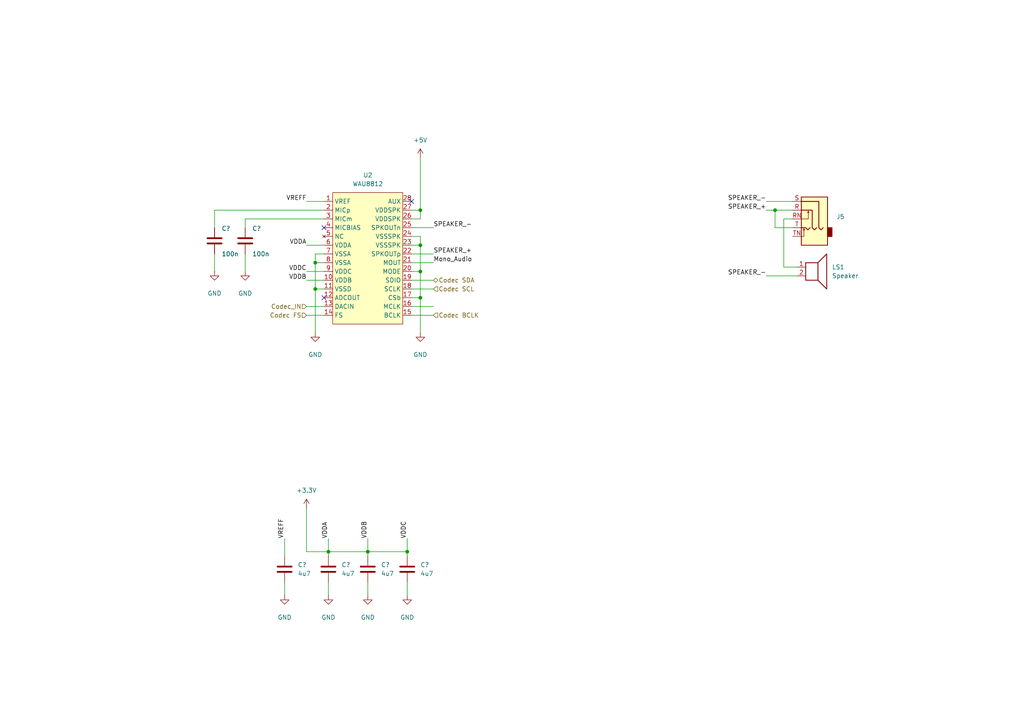
<source format=kicad_sch>
(kicad_sch (version 20250114) (generator "eeschema") (generator_version "9.0")
  (paper "A4")
  (lib_symbols
    (symbol "Connector_Audio:AudioJack3_SwitchTR"
      (property "Reference" "J" (at 0 8.89 0))
      (property "Value" "AudioJack3_SwitchTR" (at 0 6.35 0))
      (symbol "AudioJack3_SwitchTR_0_1"
        (rectangle (start -5.08 -5.08) (end -6.35 -7.62) (stroke (width 0.254)) (fill (type outline)))
        (polyline (pts (xy -1.905 -5.08) (xy -1.27 -5.715) (xy -0.635 -5.08) (xy -0.635 0) (xy 2.54 0)) (stroke (width 0.254)))
        (polyline (pts (xy 0 -5.08) (xy 0.635 -5.715) (xy 1.27 -5.08) (xy 2.54 -5.08)) (stroke (width 0.254)))
        (polyline (pts (xy 0.508 -0.254) (xy 0.762 -0.762)))
        (polyline (pts (xy 1.778 -5.334) (xy 2.032 -5.842)))
        (rectangle (start 2.54 3.81) (end -5.08 -10.16) (stroke (width 0.254)) (fill (type background)))
        (polyline (pts (xy 2.54 2.54) (xy -2.54 2.54) (xy -2.54 -5.08) (xy -3.175 -5.715) (xy -3.81 -5.08)) (stroke (width 0.254)))
        (polyline (pts (xy 2.54 -2.54) (xy 0.508 -2.54) (xy 0.508 -0.254) (xy 0.254 -0.762)))
        (polyline (pts (xy 2.54 -7.62) (xy 1.778 -7.62) (xy 1.778 -5.334) (xy 1.524 -5.842)))
      )
      (symbol "AudioJack3_SwitchTR_1_1"
        (pin passive line (at 5.08 2.54 180) (length 2.54) (name "~") (number "S"))
        (pin passive line (at 5.08 0 180) (length 2.54) (name "~") (number "R"))
        (pin passive line (at 5.08 -2.54 180) (length 2.54) (name "~") (number "RN"))
        (pin passive line (at 5.08 -5.08 180) (length 2.54) (name "~") (number "T"))
        (pin passive line (at 5.08 -7.62 180) (length 2.54) (name "~") (number "TN"))
      )
    )
    (symbol "Device:C" (pin_numbers (hide yes)) (pin_names (offset 0.254))
      (property "Reference" "C" (at 0.635 2.54 0))
      (property "Value" "C" (at 0.635 -2.54 0))
      (symbol "C_0_1"
        (polyline (pts (xy -2.032 0.762) (xy 2.032 0.762)) (stroke (width 0.508)))
        (polyline (pts (xy -2.032 -0.762) (xy 2.032 -0.762)) (stroke (width 0.508)))
      )
      (symbol "C_1_1"
        (pin passive line (at 0 3.81 270) (length 2.794) (name "~") (number "1"))
        (pin passive line (at 0 -3.81 90) (length 2.794) (name "~") (number "2"))
      )
    )
    (symbol "Device:Speaker" (pin_names (offset 0) (hide yes))
      (property "Reference" "LS" (at 1.27 5.715 0))
      (property "Value" "Speaker" (at 1.27 3.81 0))
      (symbol "Speaker_0_0"
        (rectangle (start -2.54 1.27) (end 1.016 -3.81) (stroke (width 0.254)))
        (polyline (pts (xy 1.016 1.27) (xy 3.556 3.81) (xy 3.556 -6.35) (xy 1.016 -3.81)) (stroke (width 0.254)))
      )
      (symbol "Speaker_1_1"
        (pin input line (at -5.08 0 0) (length 2.54) (name "1") (number "1"))
        (pin input line (at -5.08 -2.54 0) (length 2.54) (name "2") (number "2"))
      )
    )
    (symbol "additional_symbols:WAU8812"
      (property "Reference" "U" (at 0 -1.524 0))
      (property "Value" "WAU8812" (at 0 1.27 0))
      (symbol "WAU8812_1_1"
        (rectangle (start -10.16 -3.81) (end 10.16 -41.91) (fill (type background)))
        (pin passive line (at -12.7 -6.35 0) (length 2.54) (name "VREF") (number "1"))
        (pin passive line (at -12.7 -8.89 0) (length 2.54) (name "MICp") (number "2"))
        (pin passive line (at -12.7 -11.43 0) (length 2.54) (name "MICm") (number "3"))
        (pin passive line (at -12.7 -13.97 0) (length 2.54) (name "MICBIAS") (number "4"))
        (pin no_connect line (at -12.7 -16.51 0) (length 2.54) (name "NC") (number "5"))
        (pin power_in line (at -12.7 -19.05 0) (length 2.54) (name "VDDA") (number "6"))
        (pin power_in line (at -12.7 -21.59 0) (length 2.54) (name "VSSA") (number "7"))
        (pin power_in line (at -12.7 -24.13 0) (length 2.54) (name "VSSA") (number "8"))
        (pin power_in line (at -12.7 -26.67 0) (length 2.54) (name "VDDC") (number "9"))
        (pin power_in line (at -12.7 -29.21 0) (length 2.54) (name "VDDB") (number "10"))
        (pin power_in line (at -12.7 -31.75 0) (length 2.54) (name "VSSD") (number "11"))
        (pin output line (at -12.7 -34.29 0) (length 2.54) (name "ADCOUT") (number "12"))
        (pin input line (at -12.7 -36.83 0) (length 2.54) (name "DACIN") (number "13"))
        (pin bidirectional line (at -12.7 -39.37 0) (length 2.54) (name "FS") (number "14"))
        (pin passive line (at 12.7 -6.35 180) (length 2.54) (name "AUX") (number "28"))
        (pin power_in line (at 12.7 -8.89 180) (length 2.54) (name "VDDSPK") (number "27"))
        (pin power_in line (at 12.7 -11.43 180) (length 2.54) (name "VDDSPK") (number "26"))
        (pin passive line (at 12.7 -13.97 180) (length 2.54) (name "SPKOUTn") (number "25"))
        (pin power_in line (at 12.7 -16.51 180) (length 2.54) (name "VSSSPK") (number "24"))
        (pin power_in line (at 12.7 -19.05 180) (length 2.54) (name "VSSSPK") (number "23"))
        (pin passive line (at 12.7 -21.59 180) (length 2.54) (name "SPKOUTp") (number "22"))
        (pin passive line (at 12.7 -24.13 180) (length 2.54) (name "MOUT") (number "21"))
        (pin input line (at 12.7 -26.67 180) (length 2.54) (name "MODE") (number "20"))
        (pin bidirectional line (at 12.7 -29.21 180) (length 2.54) (name "SDIO") (number "19"))
        (pin input line (at 12.7 -31.75 180) (length 2.54) (name "SCLK") (number "18"))
        (pin bidirectional line (at 12.7 -34.29 180) (length 2.54) (name "CSb") (number "17"))
        (pin input line (at 12.7 -36.83 180) (length 2.54) (name "MCLK") (number "16"))
        (pin bidirectional line (at 12.7 -39.37 180) (length 2.54) (name "BCLK") (number "15"))
      )
    )
    (symbol "power:+3.3V" (power) (pin_numbers (hide yes)) (pin_names (offset 0) (hide yes))
      (property "Value" "+3.3V" (at 0 3.556 0))
      (symbol "+3.3V_0_1"
        (polyline (pts (xy -0.762 1.27) (xy 0 2.54)))
        (polyline (pts (xy 0 2.54) (xy 0.762 1.27)))
        (polyline (pts (xy 0 0) (xy 0 2.54)))
      )
      (symbol "+3.3V_1_1"
        (pin power_in line (at 0 0 90) (length 0) (name "~") (number "1"))
      )
    )
    (symbol "power:+5V" (power) (pin_numbers (hide yes)) (pin_names (offset 0) (hide yes))
      (property "Value" "+5V" (at 0 3.556 0))
      (symbol "+5V_0_1"
        (polyline (pts (xy -0.762 1.27) (xy 0 2.54)))
        (polyline (pts (xy 0 2.54) (xy 0.762 1.27)))
        (polyline (pts (xy 0 0) (xy 0 2.54)))
      )
      (symbol "+5V_1_1"
        (pin power_in line (at 0 0 90) (length 0) (name "~") (number "1"))
      )
    )
    (symbol "power:GND" (power) (pin_numbers (hide yes)) (pin_names (offset 0) (hide yes))
      (property "Value" "GND" (at 0 -3.81 0))
      (symbol "GND_0_1"
        (polyline (pts (xy 0 0) (xy 0 -1.27) (xy 1.27 -1.27) (xy 0 -2.54) (xy -1.27 -1.27) (xy 0 -1.27)))
      )
      (symbol "GND_1_1"
        (pin power_in line (at 0 0 270) (length 0) (name "~") (number "1"))
      )
    )
  )
  (junction (at 91.44 76.2))
  (junction (at 91.44 83.82))
  (junction (at 121.92 86.36))
  (junction (at 106.68 160.02))
  (junction (at 121.92 78.74))
  (junction (at 121.92 60.96))
  (junction (at 95.25 160.02))
  (junction (at 121.92 71.12))
  (junction (at 118.11 160.02))
  (junction (at 224.79 60.96))
  (no_connect (at 93.98 66.04))
  (no_connect (at 93.98 86.36))
  (no_connect (at 119.38 58.42))
  (wire (pts (xy 106.68 168.91) (xy 106.68 172.72)))
  (wire (pts (xy 121.92 68.58) (xy 121.92 71.12)))
  (wire (pts (xy 91.44 76.2) (xy 91.44 83.82)))
  (wire (pts (xy 106.68 160.02) (xy 118.11 160.02)))
  (wire (pts (xy 95.25 160.02) (xy 95.25 161.29)))
  (wire (pts (xy 91.44 83.82) (xy 93.98 83.82)))
  (wire (pts (xy 121.92 63.5) (xy 119.38 63.5)))
  (wire (pts (xy 119.38 88.9) (xy 125.73 88.9)))
  (wire (pts (xy 121.92 96.52) (xy 121.92 86.36)))
  (wire (pts (xy 118.11 156.21) (xy 118.11 160.02)))
  (wire (pts (xy 71.12 63.5) (xy 93.98 63.5)))
  (wire (pts (xy 88.9 91.44) (xy 93.98 91.44)))
  (wire (pts (xy 88.9 81.28) (xy 93.98 81.28)))
  (wire (pts (xy 71.12 63.5) (xy 71.12 66.04)))
  (wire (pts (xy 121.92 71.12) (xy 121.92 78.74)))
  (wire (pts (xy 119.38 86.36) (xy 121.92 86.36)))
  (wire (pts (xy 106.68 160.02) (xy 106.68 161.29)))
  (wire (pts (xy 91.44 96.52) (xy 91.44 83.82)))
  (wire (pts (xy 222.25 80.01) (xy 231.14 80.01)))
  (wire (pts (xy 88.9 147.32) (xy 88.9 160.02)))
  (wire (pts (xy 106.68 156.21) (xy 106.68 160.02)))
  (wire (pts (xy 118.11 160.02) (xy 118.11 161.29)))
  (wire (pts (xy 71.12 73.66) (xy 71.12 78.74)))
  (wire (pts (xy 229.87 66.04) (xy 224.79 66.04)))
  (wire (pts (xy 119.38 81.28) (xy 125.73 81.28)))
  (wire (pts (xy 119.38 91.44) (xy 125.73 91.44)))
  (wire (pts (xy 121.92 78.74) (xy 119.38 78.74)))
  (wire (pts (xy 119.38 68.58) (xy 121.92 68.58)))
  (wire (pts (xy 95.25 160.02) (xy 106.68 160.02)))
  (wire (pts (xy 222.25 60.96) (xy 224.79 60.96)))
  (wire (pts (xy 88.9 58.42) (xy 93.98 58.42)))
  (wire (pts (xy 222.25 58.42) (xy 229.87 58.42)))
  (wire (pts (xy 119.38 83.82) (xy 125.73 83.82)))
  (wire (pts (xy 224.79 66.04) (xy 224.79 60.96)))
  (wire (pts (xy 93.98 76.2) (xy 91.44 76.2)))
  (wire (pts (xy 88.9 88.9) (xy 93.98 88.9)))
  (wire (pts (xy 227.33 63.5) (xy 229.87 63.5)))
  (wire (pts (xy 119.38 66.04) (xy 125.73 66.04)))
  (wire (pts (xy 88.9 71.12) (xy 93.98 71.12)))
  (wire (pts (xy 88.9 78.74) (xy 93.98 78.74)))
  (wire (pts (xy 121.92 45.72) (xy 121.92 60.96)))
  (wire (pts (xy 62.23 73.66) (xy 62.23 78.74)))
  (wire (pts (xy 119.38 73.66) (xy 125.73 73.66)))
  (wire (pts (xy 227.33 77.47) (xy 227.33 63.5)))
  (wire (pts (xy 82.55 156.21) (xy 82.55 161.29)))
  (wire (pts (xy 62.23 60.96) (xy 62.23 66.04)))
  (wire (pts (xy 93.98 73.66) (xy 91.44 73.66)))
  (wire (pts (xy 95.25 156.21) (xy 95.25 160.02)))
  (wire (pts (xy 227.33 77.47) (xy 231.14 77.47)))
  (wire (pts (xy 91.44 73.66) (xy 91.44 76.2)))
  (wire (pts (xy 82.55 168.91) (xy 82.55 172.72)))
  (wire (pts (xy 118.11 168.91) (xy 118.11 172.72)))
  (wire (pts (xy 121.92 86.36) (xy 121.92 78.74)))
  (wire (pts (xy 93.98 60.96) (xy 62.23 60.96)))
  (wire (pts (xy 119.38 76.2) (xy 125.73 76.2)))
  (wire (pts (xy 224.79 60.96) (xy 229.87 60.96)))
  (wire (pts (xy 121.92 60.96) (xy 121.92 63.5)))
  (wire (pts (xy 88.9 160.02) (xy 95.25 160.02)))
  (wire (pts (xy 95.25 168.91) (xy 95.25 172.72)))
  (wire (pts (xy 119.38 71.12) (xy 121.92 71.12)))
  (wire (pts (xy 119.38 60.96) (xy 121.92 60.96)))
  (label "VDDC" (at 88.9 78.74 180))
  (label "SPEAKER_-" (at 222.25 80.01 180))
  (label "VDDB" (at 106.68 156.21 90))
  (label "Mono_Audio" (at 125.73 76.2 0))
  (label "VREFF" (at 88.9 58.42 180))
  (label "VDDA" (at 88.9 71.12 180))
  (label "VDDA" (at 95.25 156.21 90))
  (label "VREFF" (at 82.55 156.21 90))
  (label "SPEAKER_+" (at 125.73 73.66 0))
  (label "SPEAKER_-" (at 125.73 66.04 0))
  (label "SPEAKER_-" (at 222.25 58.42 180))
  (label "VDDC" (at 118.11 156.21 90))
  (label "VDDB" (at 88.9 81.28 180))
  (label "SPEAKER_+" (at 222.25 60.96 180))
  (hierarchical_label "Codec SDA" (shape bidirectional) (at 125.73 81.28 0))
  (hierarchical_label "Codec BCLK" (shape input) (at 125.73 91.44 0))
  (hierarchical_label "Codec SCL" (shape input) (at 125.73 83.82 0))
  (hierarchical_label "Codec_IN" (shape input) (at 88.9 88.9 180))
  (hierarchical_label "Codec FS" (shape input) (at 88.9 91.44 180))
  (symbol (lib_id "Device:C") (at 118.11 165.1 180) (unit 1)
    (property "Reference" "C?" (at 121.92 163.83 0) (effects (justify right)))
    (property "Value" "4u7" (at 121.92 166.37 0) (effects (justify right)))
    (property "Footprint" "Capacitor_SMD:C_0603_1608Metric" (effects (hide yes)))
  )
  (symbol (lib_id "power:GND") (at 106.68 172.72 0) (unit 1)
    (property "Reference" "#PWR060" (effects (hide yes)))
    (property "Value" "GND" (at 106.68 179.07 0))
  )
  (symbol (lib_id "power:+3.3V") (at 88.9 147.32 0) (unit 1)
    (property "Reference" "#PWR066" (effects (hide yes)))
    (property "Value" "+3.3V" (at 88.9 142.24 0))
    (property "Description" "Power symbol creates a global label with name \"+3.3V\"" (effects (hide yes)))
  )
  (symbol (lib_id "Connector_Audio:AudioJack3_SwitchTR") (at 234.95 60.96 0) (mirror y) (unit 1)
    (property "Reference" "J5" (at 242.57 62.865 0) (effects (justify right)))
    (property "Value" "AudioJack3_SwitchTR" (effects (hide yes)))
    (property "Footprint" "Connector_Audio:Jack_3.5mm_CUI_SJ1-3525N_Horizontal" (effects (hide yes)))
  )
  (symbol (lib_id "power:GND") (at 121.92 96.52 0) (unit 1)
    (property "Reference" "#PWR062" (effects (hide yes)))
    (property "Value" "GND" (at 121.92 102.87 0))
  )
  (symbol (lib_id "power:GND") (at 62.23 78.74 0) (unit 1)
    (property "Reference" "#PWR064" (effects (hide yes)))
    (property "Value" "GND" (at 62.23 85.09 0))
  )
  (symbol (lib_id "power:GND") (at 82.55 172.72 0) (unit 1)
    (property "Reference" "#PWR031" (effects (hide yes)))
    (property "Value" "GND" (at 82.55 179.07 0))
  )
  (symbol (lib_id "additional_symbols:WAU8812") (at 106.68 52.07 0) (unit 1)
    (property "Reference" "U2" (at 106.68 50.8 0))
    (property "Value" "WAU8812" (at 106.68 53.34 0))
    (property "Footprint" "Package_SO:SSOP-28_5.3x10.2mm_P0.65mm" (effects (hide yes)))
    (property "Datasheet" "https://www.alldatasheet.com/datasheet-pdf/view/1140746/NUVOTON/WAU8812.html" (effects (hide yes)))
    (property "Description" "Mono Audio Codec with Speaker Driver" (effects (hide yes)))
  )
  (symbol (lib_id "Device:C") (at 62.23 69.85 180) (unit 1)
    (property "Reference" "C?" (at 64.262 66.294 0) (effects (justify right)))
    (property "Value" "100n" (at 64.262 73.66 0) (effects (justify right)))
    (property "Footprint" "Capacitor_SMD:C_0603_1608Metric" (effects (hide yes)))
  )
  (symbol (lib_id "power:+5V") (at 121.92 45.72 0) (unit 1)
    (property "Reference" "#PWR065" (effects (hide yes)))
    (property "Value" "+5V" (at 121.92 40.64 0))
    (property "Description" "Power symbol creates a global label with name \"+5V\"" (effects (hide yes)))
  )
  (symbol (lib_id "power:GND") (at 71.12 78.74 0) (unit 1)
    (property "Reference" "#PWR063" (effects (hide yes)))
    (property "Value" "GND" (at 71.12 85.09 0))
  )
  (symbol (lib_id "power:GND") (at 118.11 172.72 0) (unit 1)
    (property "Reference" "#PWR061" (effects (hide yes)))
    (property "Value" "GND" (at 118.11 179.07 0))
  )
  (symbol (lib_id "Device:Speaker") (at 236.22 77.47 0) (unit 1)
    (property "Reference" "LS1" (at 241.3 77.47 0) (effects (justify left)))
    (property "Value" "Speaker" (at 241.3 80.01 0) (effects (justify left)))
    (property "Footprint" "Connector_PinHeader_2.54mm:PinHeader_1x02_P2.54mm_Vertical" (effects (hide yes)))
  )
  (symbol (lib_id "Device:C") (at 82.55 165.1 180) (unit 1)
    (property "Reference" "C?" (at 86.36 163.83 0) (effects (justify right)))
    (property "Value" "4u7" (at 86.36 166.37 0) (effects (justify right)))
    (property "Footprint" "Capacitor_SMD:C_0603_1608Metric" (effects (hide yes)))
  )
  (symbol (lib_id "Device:C") (at 106.68 165.1 180) (unit 1)
    (property "Reference" "C?" (at 110.49 163.83 0) (effects (justify right)))
    (property "Value" "4u7" (at 110.49 166.37 0) (effects (justify right)))
    (property "Footprint" "Capacitor_SMD:C_0603_1608Metric" (effects (hide yes)))
  )
  (symbol (lib_id "power:GND") (at 91.44 96.52 0) (unit 1)
    (property "Reference" "#PWR044" (effects (hide yes)))
    (property "Value" "GND" (at 91.44 102.87 0))
  )
  (symbol (lib_id "Device:C") (at 71.12 69.85 180) (unit 1)
    (property "Reference" "C?" (at 73.152 66.294 0) (effects (justify right)))
    (property "Value" "100n" (at 73.152 73.66 0) (effects (justify right)))
    (property "Footprint" "Capacitor_SMD:C_0603_1608Metric" (effects (hide yes)))
  )
  (symbol (lib_id "Device:C") (at 95.25 165.1 180) (unit 1)
    (property "Reference" "C?" (at 99.06 163.83 0) (effects (justify right)))
    (property "Value" "4u7" (at 99.06 166.37 0) (effects (justify right)))
    (property "Footprint" "Capacitor_SMD:C_0603_1608Metric" (effects (hide yes)))
  )
  (symbol (lib_id "power:GND") (at 95.25 172.72 0) (unit 1)
    (property "Reference" "#PWR049" (effects (hide yes)))
    (property "Value" "GND" (at 95.25 179.07 0))
  )
)
</source>
